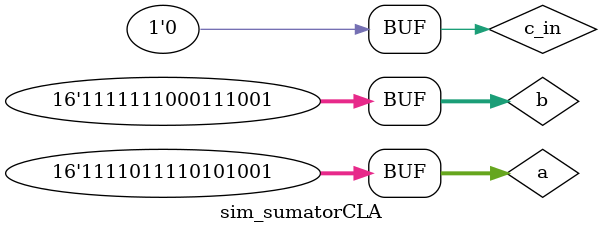
<source format=v>
`timescale 1ns / 1ps


module sim_sumatorCLA();
reg [15:0] a, b;
     reg  c_in;
     wire GUAT_G, GUAT_P;
     wire [15:0] sum;
     wire c_out;
     
     sumator s(a, b, c_in, GUAT_G, GUAT_P, c_out, sum);
     
     initial begin
        c_in = 1'b0; a = 20000; b = 7000;
        #250 c_in = 1; a = 23458; b = -44;
        #250 a = -7324; b = 4567;
        #250 c_in = 0; a = -2135; b = -455;
    end
    
endmodule

</source>
